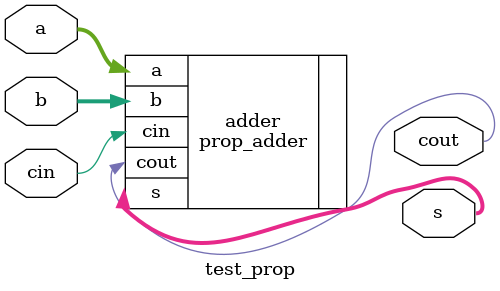
<source format=v>


module test_prop(
  a, b, cin, s, cout
);
  input [15:0] a, b;
  input cin;
  output [15:0] s;
  output cout;


  prop_adder #(16) adder(
    .a(a), .b(b), .cin(cin),
    .s(s), .cout(cout)
  );



endmodule

</source>
